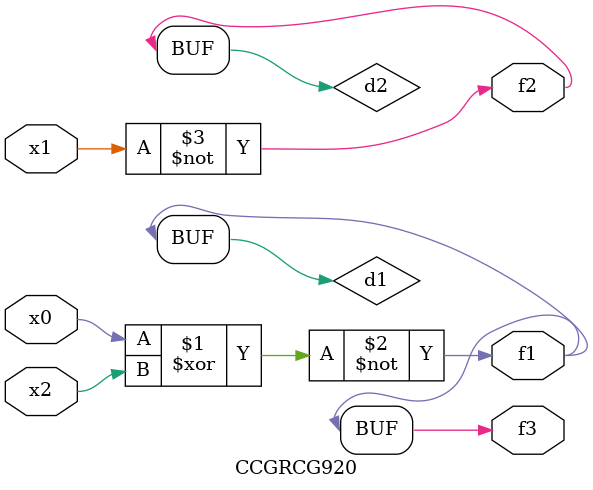
<source format=v>
module CCGRCG920(
	input x0, x1, x2,
	output f1, f2, f3
);

	wire d1, d2, d3;

	xnor (d1, x0, x2);
	nand (d2, x1);
	nor (d3, x1, x2);
	assign f1 = d1;
	assign f2 = d2;
	assign f3 = d1;
endmodule

</source>
